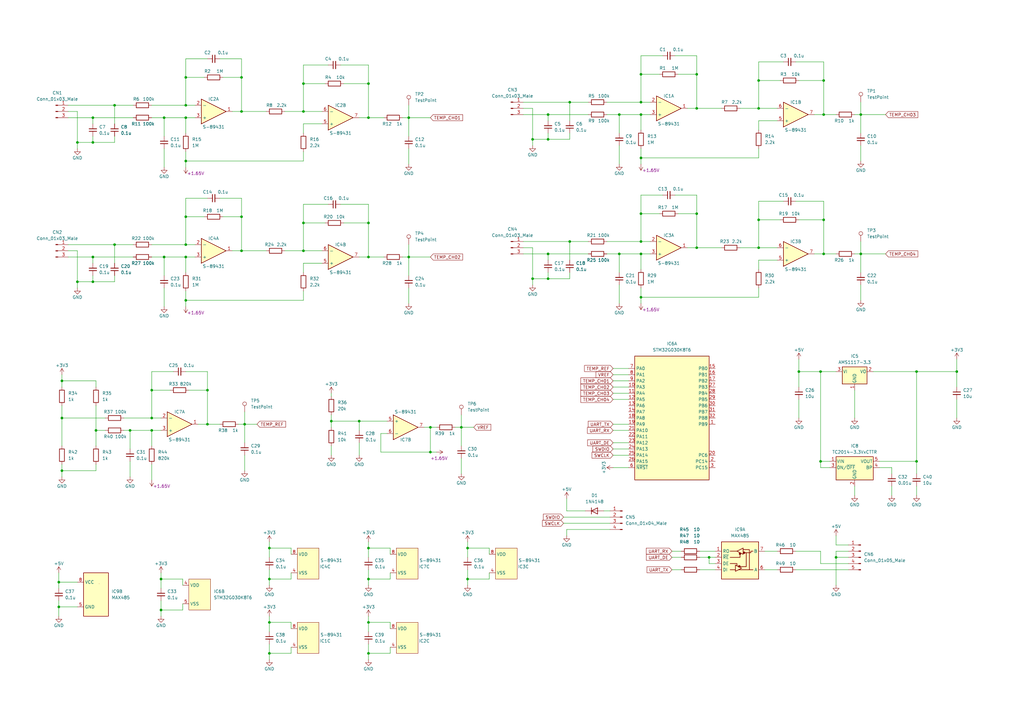
<source format=kicad_sch>
(kicad_sch (version 20211123) (generator eeschema)
  (paper "A3")
  (junction (at 62.23 160.02))
  (junction (at 85.09 160.02))
  (junction (at 67.31 105.41))
  (junction (at 124.46 91.44))
  (junction (at 262.89 121.92))
  (junction (at 76.2 88.9))
  (junction (at 224.79 57.15))
  (junction (at 151.13 91.44))
  (junction (at 337.82 46.99))
  (junction (at 375.92 189.23))
  (junction (at 285.75 44.45))
  (junction (at 124.46 34.29))
  (junction (at 62.23 171.45))
  (junction (at 311.15 101.6))
  (junction (at 99.06 102.87))
  (junction (at 76.2 123.19))
  (junction (at 39.37 176.53))
  (junction (at 392.43 152.4))
  (junction (at 254 46.99))
  (junction (at 191.77 237.49))
  (junction (at 336.55 189.23))
  (junction (at 337.82 33.02))
  (junction (at 76.2 66.04))
  (junction (at 285.75 87.63))
  (junction (at 25.4 193.04))
  (junction (at 224.79 114.3))
  (junction (at 151.13 34.29))
  (junction (at 311.15 44.45))
  (junction (at 342.9 228.6))
  (junction (at 85.09 173.99))
  (junction (at 38.1 105.41))
  (junction (at 110.49 267.97))
  (junction (at 167.64 48.26))
  (junction (at 25.4 156.21))
  (junction (at 66.04 237.49))
  (junction (at 191.77 224.79))
  (junction (at 218.44 57.15))
  (junction (at 110.49 224.79))
  (junction (at 76.2 100.33))
  (junction (at 24.13 238.76))
  (junction (at 151.13 255.27))
  (junction (at 46.99 43.18))
  (junction (at 25.4 171.45))
  (junction (at 76.2 48.26))
  (junction (at 167.64 105.41))
  (junction (at 147.32 172.72))
  (junction (at 311.15 90.17))
  (junction (at 285.75 101.6))
  (junction (at 38.1 48.26))
  (junction (at 353.06 46.99))
  (junction (at 311.15 33.02))
  (junction (at 135.89 172.72))
  (junction (at 375.92 152.4))
  (junction (at 337.82 104.14))
  (junction (at 24.13 248.92))
  (junction (at 262.89 41.91))
  (junction (at 151.13 267.97))
  (junction (at 124.46 45.72))
  (junction (at 285.75 30.48))
  (junction (at 99.06 88.9))
  (junction (at 336.55 152.4))
  (junction (at 262.89 30.48))
  (junction (at 262.89 87.63))
  (junction (at 38.1 58.42))
  (junction (at 262.89 99.06))
  (junction (at 151.13 48.26))
  (junction (at 124.46 102.87))
  (junction (at 290.83 228.6))
  (junction (at 218.44 114.3))
  (junction (at 53.34 176.53))
  (junction (at 31.75 115.57))
  (junction (at 337.82 90.17))
  (junction (at 151.13 105.41))
  (junction (at 110.49 255.27))
  (junction (at 353.06 104.14))
  (junction (at 31.75 58.42))
  (junction (at 99.06 31.75))
  (junction (at 233.68 99.06))
  (junction (at 224.79 104.14))
  (junction (at 100.33 173.99))
  (junction (at 110.49 237.49))
  (junction (at 151.13 237.49))
  (junction (at 254 104.14))
  (junction (at 224.79 46.99))
  (junction (at 46.99 100.33))
  (junction (at 176.53 175.26))
  (junction (at 262.89 64.77))
  (junction (at 176.53 185.42))
  (junction (at 151.13 224.79))
  (junction (at 99.06 45.72))
  (junction (at 262.89 46.99))
  (junction (at 38.1 115.57))
  (junction (at 67.31 48.26))
  (junction (at 76.2 43.18))
  (junction (at 76.2 105.41))
  (junction (at 327.66 152.4))
  (junction (at 233.68 41.91))
  (junction (at 262.89 104.14))
  (junction (at 189.23 175.26))
  (junction (at 62.23 176.53))
  (junction (at 76.2 31.75))
  (junction (at 66.04 250.19))
  (wire (pts (xy 327.66 152.4) (xy 327.66 158.75)))
  (wire (pts (xy 62.23 190.5) (xy 62.23 196.85)))
  (wire (pts (xy 224.79 104.14) (xy 241.3 104.14)))
  (wire (pts (xy 66.04 234.95) (xy 66.04 237.49)))
  (wire (pts (xy 165.1 48.26) (xy 167.64 48.26)))
  (wire (pts (xy 25.4 171.45) (xy 43.18 171.45)))
  (wire (pts (xy 224.79 46.99) (xy 224.79 49.53)))
  (wire (pts (xy 151.13 264.16) (xy 151.13 267.97)))
  (wire (pts (xy 342.9 226.06) (xy 342.9 228.6)))
  (wire (pts (xy 46.99 100.33) (xy 46.99 107.95)))
  (wire (pts (xy 151.13 255.27) (xy 151.13 259.08)))
  (wire (pts (xy 233.68 41.91) (xy 241.3 41.91)))
  (wire (pts (xy 76.2 66.04) (xy 124.46 66.04)))
  (wire (pts (xy 200.66 237.49) (xy 191.77 237.49)))
  (wire (pts (xy 176.53 175.26) (xy 173.99 175.26)))
  (wire (pts (xy 76.2 43.18) (xy 76.2 31.75)))
  (wire (pts (xy 248.92 41.91) (xy 262.89 41.91)))
  (wire (pts (xy 151.13 48.26) (xy 157.48 48.26)))
  (wire (pts (xy 285.75 30.48) (xy 285.75 44.45)))
  (wire (pts (xy 62.23 152.4) (xy 62.23 160.02)))
  (wire (pts (xy 110.49 224.79) (xy 110.49 228.6)))
  (wire (pts (xy 24.13 238.76) (xy 24.13 241.3)))
  (wire (pts (xy 321.31 25.4) (xy 311.15 25.4)))
  (wire (pts (xy 62.23 176.53) (xy 66.04 176.53)))
  (wire (pts (xy 27.94 100.33) (xy 46.99 100.33)))
  (wire (pts (xy 25.4 158.75) (xy 25.4 156.21)))
  (wire (pts (xy 134.62 26.67) (xy 124.46 26.67)))
  (wire (pts (xy 353.06 46.99) (xy 353.06 54.61)))
  (wire (pts (xy 271.78 22.86) (xy 262.89 22.86)))
  (wire (pts (xy 186.69 175.26) (xy 189.23 175.26)))
  (wire (pts (xy 85.09 160.02) (xy 85.09 173.99)))
  (wire (pts (xy 39.37 176.53) (xy 39.37 182.88)))
  (wire (pts (xy 303.53 101.6) (xy 311.15 101.6)))
  (wire (pts (xy 248.92 104.14) (xy 254 104.14)))
  (wire (pts (xy 39.37 166.37) (xy 39.37 176.53)))
  (wire (pts (xy 74.93 250.19) (xy 66.04 250.19)))
  (wire (pts (xy 76.2 48.26) (xy 80.01 48.26)))
  (wire (pts (xy 337.82 46.99) (xy 334.01 46.99)))
  (wire (pts (xy 311.15 25.4) (xy 311.15 33.02)))
  (wire (pts (xy 191.77 233.68) (xy 191.77 237.49)))
  (wire (pts (xy 167.64 67.31) (xy 167.64 60.96)))
  (wire (pts (xy 151.13 91.44) (xy 151.13 105.41)))
  (wire (pts (xy 62.23 43.18) (xy 76.2 43.18)))
  (wire (pts (xy 231.14 214.63) (xy 250.19 214.63)))
  (wire (pts (xy 62.23 160.02) (xy 69.85 160.02)))
  (wire (pts (xy 353.06 99.06) (xy 353.06 104.14)))
  (wire (pts (xy 38.1 113.03) (xy 38.1 115.57)))
  (wire (pts (xy 151.13 224.79) (xy 160.02 224.79)))
  (wire (pts (xy 365.76 199.39) (xy 365.76 203.2)))
  (wire (pts (xy 358.14 152.4) (xy 375.92 152.4)))
  (wire (pts (xy 375.92 189.23) (xy 360.68 189.23)))
  (wire (pts (xy 67.31 105.41) (xy 67.31 113.03)))
  (wire (pts (xy 251.46 173.99) (xy 257.81 173.99)))
  (wire (pts (xy 119.38 227.33) (xy 119.38 224.79)))
  (wire (pts (xy 76.2 81.28) (xy 76.2 88.9)))
  (wire (pts (xy 24.13 248.92) (xy 24.13 252.73)))
  (wire (pts (xy 342.9 228.6) (xy 342.9 240.03)))
  (wire (pts (xy 39.37 176.53) (xy 43.18 176.53)))
  (wire (pts (xy 262.89 99.06) (xy 266.7 99.06)))
  (wire (pts (xy 248.92 46.99) (xy 254 46.99)))
  (wire (pts (xy 76.2 105.41) (xy 76.2 111.76)))
  (wire (pts (xy 262.89 121.92) (xy 262.89 124.46)))
  (wire (pts (xy 375.92 194.31) (xy 375.92 189.23)))
  (wire (pts (xy 303.53 44.45) (xy 311.15 44.45)))
  (wire (pts (xy 151.13 252.73) (xy 151.13 255.27)))
  (wire (pts (xy 135.89 182.88) (xy 135.89 186.69)))
  (wire (pts (xy 200.66 234.95) (xy 200.66 237.49)))
  (wire (pts (xy 311.15 82.55) (xy 311.15 90.17)))
  (wire (pts (xy 262.89 41.91) (xy 262.89 30.48)))
  (wire (pts (xy 340.36 191.77) (xy 336.55 191.77)))
  (wire (pts (xy 91.44 88.9) (xy 99.06 88.9)))
  (wire (pts (xy 53.34 176.53) (xy 62.23 176.53)))
  (wire (pts (xy 91.44 31.75) (xy 99.06 31.75)))
  (wire (pts (xy 46.99 43.18) (xy 54.61 43.18)))
  (wire (pts (xy 342.9 228.6) (xy 347.98 228.6)))
  (wire (pts (xy 350.52 199.39) (xy 350.52 203.2)))
  (wire (pts (xy 100.33 173.99) (xy 100.33 181.61)))
  (wire (pts (xy 233.68 99.06) (xy 241.3 99.06)))
  (wire (pts (xy 327.66 147.32) (xy 327.66 152.4)))
  (wire (pts (xy 365.76 194.31) (xy 365.76 191.77)))
  (wire (pts (xy 25.4 193.04) (xy 25.4 190.5)))
  (wire (pts (xy 50.8 171.45) (xy 62.23 171.45)))
  (wire (pts (xy 67.31 105.41) (xy 76.2 105.41)))
  (wire (pts (xy 337.82 33.02) (xy 337.82 46.99)))
  (wire (pts (xy 38.1 105.41) (xy 38.1 107.95)))
  (wire (pts (xy 140.97 34.29) (xy 151.13 34.29)))
  (wire (pts (xy 132.08 50.8) (xy 124.46 50.8)))
  (wire (pts (xy 353.06 66.04) (xy 353.06 59.69)))
  (wire (pts (xy 151.13 26.67) (xy 151.13 34.29)))
  (wire (pts (xy 25.4 193.04) (xy 25.4 195.58)))
  (wire (pts (xy 62.23 105.41) (xy 67.31 105.41)))
  (wire (pts (xy 151.13 222.25) (xy 151.13 224.79)))
  (wire (pts (xy 38.1 48.26) (xy 38.1 50.8)))
  (wire (pts (xy 311.15 49.53) (xy 311.15 53.34)))
  (wire (pts (xy 311.15 101.6) (xy 311.15 90.17)))
  (wire (pts (xy 262.89 64.77) (xy 311.15 64.77)))
  (wire (pts (xy 375.92 189.23) (xy 375.92 152.4)))
  (wire (pts (xy 275.59 226.06) (xy 279.4 226.06)))
  (wire (pts (xy 214.63 41.91) (xy 233.68 41.91)))
  (wire (pts (xy 392.43 152.4) (xy 392.43 158.75)))
  (wire (pts (xy 313.69 233.68) (xy 318.77 233.68)))
  (wire (pts (xy 392.43 163.83) (xy 392.43 171.45)))
  (wire (pts (xy 110.49 255.27) (xy 119.38 255.27)))
  (wire (pts (xy 132.08 107.95) (xy 124.46 107.95)))
  (wire (pts (xy 99.06 31.75) (xy 99.06 45.72)))
  (wire (pts (xy 350.52 104.14) (xy 353.06 104.14)))
  (wire (pts (xy 231.14 212.09) (xy 250.19 212.09)))
  (wire (pts (xy 224.79 57.15) (xy 233.68 57.15)))
  (wire (pts (xy 293.37 228.6) (xy 290.83 228.6)))
  (wire (pts (xy 110.49 267.97) (xy 110.49 270.51)))
  (wire (pts (xy 224.79 46.99) (xy 241.3 46.99)))
  (wire (pts (xy 262.89 104.14) (xy 266.7 104.14)))
  (wire (pts (xy 318.77 106.68) (xy 311.15 106.68)))
  (wire (pts (xy 311.15 90.17) (xy 320.04 90.17)))
  (wire (pts (xy 147.32 172.72) (xy 147.32 176.53)))
  (wire (pts (xy 38.1 58.42) (xy 46.99 58.42)))
  (wire (pts (xy 116.84 45.72) (xy 124.46 45.72)))
  (wire (pts (xy 151.13 34.29) (xy 151.13 48.26)))
  (wire (pts (xy 31.75 102.87) (xy 31.75 115.57)))
  (wire (pts (xy 151.13 233.68) (xy 151.13 237.49)))
  (wire (pts (xy 262.89 46.99) (xy 262.89 53.34)))
  (wire (pts (xy 160.02 257.81) (xy 160.02 255.27)))
  (wire (pts (xy 151.13 224.79) (xy 151.13 228.6)))
  (wire (pts (xy 251.46 186.69) (xy 257.81 186.69)))
  (wire (pts (xy 311.15 106.68) (xy 311.15 110.49)))
  (wire (pts (xy 189.23 175.26) (xy 194.31 175.26)))
  (wire (pts (xy 337.82 104.14) (xy 334.01 104.14)))
  (wire (pts (xy 76.2 66.04) (xy 76.2 68.58)))
  (wire (pts (xy 311.15 44.45) (xy 318.77 44.45)))
  (wire (pts (xy 233.68 99.06) (xy 233.68 106.68)))
  (wire (pts (xy 290.83 231.14) (xy 293.37 231.14)))
  (wire (pts (xy 218.44 57.15) (xy 224.79 57.15)))
  (wire (pts (xy 151.13 237.49) (xy 151.13 240.03)))
  (wire (pts (xy 285.75 80.01) (xy 285.75 87.63)))
  (wire (pts (xy 100.33 193.04) (xy 100.33 186.69)))
  (wire (pts (xy 110.49 264.16) (xy 110.49 267.97)))
  (wire (pts (xy 218.44 101.6) (xy 214.63 101.6)))
  (wire (pts (xy 71.12 152.4) (xy 62.23 152.4)))
  (wire (pts (xy 285.75 87.63) (xy 285.75 101.6)))
  (wire (pts (xy 85.09 173.99) (xy 81.28 173.99)))
  (wire (pts (xy 251.46 181.61) (xy 257.81 181.61)))
  (wire (pts (xy 139.7 26.67) (xy 151.13 26.67)))
  (wire (pts (xy 278.13 30.48) (xy 285.75 30.48)))
  (wire (pts (xy 251.46 161.29) (xy 257.81 161.29)))
  (wire (pts (xy 39.37 156.21) (xy 39.37 158.75)))
  (wire (pts (xy 262.89 118.11) (xy 262.89 121.92)))
  (wire (pts (xy 27.94 43.18) (xy 46.99 43.18)))
  (wire (pts (xy 262.89 46.99) (xy 266.7 46.99)))
  (wire (pts (xy 167.64 124.46) (xy 167.64 118.11)))
  (wire (pts (xy 124.46 45.72) (xy 124.46 34.29)))
  (wire (pts (xy 262.89 80.01) (xy 262.89 87.63)))
  (wire (pts (xy 285.75 44.45) (xy 281.94 44.45)))
  (wire (pts (xy 336.55 231.14) (xy 336.55 226.06)))
  (wire (pts (xy 224.79 104.14) (xy 224.79 106.68)))
  (wire (pts (xy 326.39 226.06) (xy 336.55 226.06)))
  (wire (pts (xy 140.97 91.44) (xy 151.13 91.44)))
  (wire (pts (xy 285.75 44.45) (xy 295.91 44.45)))
  (wire (pts (xy 39.37 190.5) (xy 39.37 193.04)))
  (wire (pts (xy 99.06 102.87) (xy 109.22 102.87)))
  (wire (pts (xy 224.79 54.61) (xy 224.79 57.15)))
  (wire (pts (xy 337.82 82.55) (xy 337.82 90.17)))
  (wire (pts (xy 311.15 101.6) (xy 318.77 101.6)))
  (wire (pts (xy 46.99 113.03) (xy 46.99 115.57)))
  (wire (pts (xy 85.09 24.13) (xy 76.2 24.13)))
  (wire (pts (xy 53.34 195.58) (xy 53.34 189.23)))
  (wire (pts (xy 62.23 171.45) (xy 66.04 171.45)))
  (wire (pts (xy 124.46 102.87) (xy 132.08 102.87)))
  (wire (pts (xy 31.75 115.57) (xy 38.1 115.57)))
  (wire (pts (xy 311.15 44.45) (xy 311.15 33.02)))
  (wire (pts (xy 337.82 90.17) (xy 337.82 104.14)))
  (wire (pts (xy 392.43 147.32) (xy 392.43 152.4)))
  (wire (pts (xy 38.1 48.26) (xy 54.61 48.26)))
  (wire (pts (xy 76.2 123.19) (xy 76.2 125.73)))
  (wire (pts (xy 160.02 237.49) (xy 151.13 237.49)))
  (wire (pts (xy 53.34 176.53) (xy 53.34 184.15)))
  (wire (pts (xy 271.78 80.01) (xy 262.89 80.01)))
  (wire (pts (xy 124.46 66.04) (xy 124.46 62.23)))
  (wire (pts (xy 342.9 223.52) (xy 342.9 219.71)))
  (wire (pts (xy 248.92 99.06) (xy 262.89 99.06)))
  (wire (pts (xy 135.89 161.29) (xy 135.89 162.56)))
  (wire (pts (xy 76.2 100.33) (xy 80.01 100.33)))
  (wire (pts (xy 350.52 160.02) (xy 350.52 171.45)))
  (wire (pts (xy 262.89 64.77) (xy 262.89 67.31)))
  (wire (pts (xy 135.89 172.72) (xy 135.89 175.26)))
  (wire (pts (xy 124.46 83.82) (xy 124.46 91.44)))
  (wire (pts (xy 218.44 44.45) (xy 218.44 57.15)))
  (wire (pts (xy 151.13 48.26) (xy 147.32 48.26)))
  (wire (pts (xy 38.1 105.41) (xy 54.61 105.41)))
  (wire (pts (xy 76.2 43.18) (xy 80.01 43.18)))
  (wire (pts (xy 50.8 176.53) (xy 53.34 176.53)))
  (wire (pts (xy 99.06 102.87) (xy 95.25 102.87)))
  (wire (pts (xy 262.89 60.96) (xy 262.89 64.77)))
  (wire (pts (xy 99.06 45.72) (xy 95.25 45.72)))
  (wire (pts (xy 189.23 170.18) (xy 189.23 175.26)))
  (wire (pts (xy 275.59 233.68) (xy 279.4 233.68)))
  (wire (pts (xy 218.44 44.45) (xy 214.63 44.45)))
  (wire (pts (xy 353.06 46.99) (xy 363.22 46.99)))
  (wire (pts (xy 62.23 171.45) (xy 62.23 160.02)))
  (wire (pts (xy 76.2 31.75) (xy 83.82 31.75)))
  (wire (pts (xy 336.55 191.77) (xy 336.55 189.23)))
  (wire (pts (xy 189.23 194.31) (xy 189.23 187.96)))
  (wire (pts (xy 151.13 255.27) (xy 160.02 255.27)))
  (wire (pts (xy 287.02 233.68) (xy 293.37 233.68)))
  (wire (pts (xy 167.64 48.26) (xy 167.64 55.88)))
  (wire (pts (xy 100.33 173.99) (xy 105.41 173.99)))
  (wire (pts (xy 336.55 152.4) (xy 336.55 189.23)))
  (wire (pts (xy 62.23 176.53) (xy 62.23 182.88)))
  (wire (pts (xy 275.59 228.6) (xy 279.4 228.6)))
  (wire (pts (xy 156.21 185.42) (xy 176.53 185.42)))
  (wire (pts (xy 254 124.46) (xy 254 116.84)))
  (wire (pts (xy 313.69 226.06) (xy 318.77 226.06)))
  (wire (pts (xy 160.02 265.43) (xy 160.02 267.97)))
  (wire (pts (xy 99.06 24.13) (xy 99.06 31.75)))
  (wire (pts (xy 85.09 173.99) (xy 90.17 173.99)))
  (wire (pts (xy 151.13 105.41) (xy 157.48 105.41)))
  (wire (pts (xy 110.49 233.68) (xy 110.49 237.49)))
  (wire (pts (xy 66.04 250.19) (xy 66.04 252.73)))
  (wire (pts (xy 254 104.14) (xy 254 111.76)))
  (wire (pts (xy 67.31 48.26) (xy 67.31 55.88)))
  (wire (pts (xy 287.02 228.6) (xy 290.83 228.6)))
  (wire (pts (xy 251.46 153.67) (xy 257.81 153.67)))
  (wire (pts (xy 76.2 152.4) (xy 85.09 152.4)))
  (wire (pts (xy 119.38 265.43) (xy 119.38 267.97)))
  (wire (pts (xy 76.2 123.19) (xy 124.46 123.19)))
  (wire (pts (xy 232.41 217.17) (xy 232.41 219.71)))
  (wire (pts (xy 214.63 46.99) (xy 224.79 46.99)))
  (wire (pts (xy 76.2 100.33) (xy 76.2 88.9)))
  (wire (pts (xy 31.75 58.42) (xy 31.75 60.96)))
  (wire (pts (xy 62.23 48.26) (xy 67.31 48.26)))
  (wire (pts (xy 262.89 99.06) (xy 262.89 87.63)))
  (wire (pts (xy 218.44 57.15) (xy 218.44 59.69)))
  (wire (pts (xy 167.64 48.26) (xy 176.53 48.26)))
  (wire (pts (xy 31.75 248.92) (xy 24.13 248.92)))
  (wire (pts (xy 31.75 102.87) (xy 27.94 102.87)))
  (wire (pts (xy 76.2 105.41) (xy 80.01 105.41)))
  (wire (pts (xy 353.06 104.14) (xy 363.22 104.14)))
  (wire (pts (xy 147.32 172.72) (xy 158.75 172.72)))
  (wire (pts (xy 350.52 46.99) (xy 353.06 46.99)))
  (wire (pts (xy 375.92 152.4) (xy 392.43 152.4)))
  (wire (pts (xy 251.46 176.53) (xy 257.81 176.53)))
  (wire (pts (xy 327.66 33.02) (xy 337.82 33.02)))
  (wire (pts (xy 119.38 257.81) (xy 119.38 255.27)))
  (wire (pts (xy 353.06 123.19) (xy 353.06 116.84)))
  (wire (pts (xy 160.02 267.97) (xy 151.13 267.97)))
  (wire (pts (xy 251.46 191.77) (xy 257.81 191.77)))
  (wire (pts (xy 76.2 62.23) (xy 76.2 66.04)))
  (wire (pts (xy 76.2 24.13) (xy 76.2 31.75)))
  (wire (pts (xy 251.46 158.75) (xy 257.81 158.75)))
  (wire (pts (xy 233.68 41.91) (xy 233.68 49.53)))
  (wire (pts (xy 189.23 175.26) (xy 189.23 182.88)))
  (wire (pts (xy 110.49 255.27) (xy 110.49 259.08)))
  (wire (pts (xy 262.89 30.48) (xy 270.51 30.48)))
  (wire (pts (xy 67.31 68.58) (xy 67.31 60.96)))
  (wire (pts (xy 38.1 115.57) (xy 46.99 115.57)))
  (wire (pts (xy 124.46 107.95) (xy 124.46 111.76)))
  (wire (pts (xy 347.98 231.14) (xy 336.55 231.14)))
  (wire (pts (xy 262.89 104.14) (xy 262.89 110.49)))
  (wire (pts (xy 31.75 45.72) (xy 27.94 45.72)))
  (wire (pts (xy 176.53 185.42) (xy 179.07 185.42)))
  (wire (pts (xy 232.41 204.47) (xy 232.41 209.55)))
  (wire (pts (xy 200.66 227.33) (xy 200.66 224.79)))
  (wire (pts (xy 110.49 237.49) (xy 110.49 240.03)))
  (wire (pts (xy 353.06 104.14) (xy 353.06 111.76)))
  (wire (pts (xy 311.15 33.02) (xy 320.04 33.02)))
  (wire (pts (xy 218.44 101.6) (xy 218.44 114.3)))
  (wire (pts (xy 262.89 87.63) (xy 270.51 87.63)))
  (wire (pts (xy 336.55 152.4) (xy 342.9 152.4)))
  (wire (pts (xy 318.77 49.53) (xy 311.15 49.53)))
  (wire (pts (xy 326.39 25.4) (xy 337.82 25.4)))
  (wire (pts (xy 285.75 101.6) (xy 295.91 101.6)))
  (wire (pts (xy 119.38 237.49) (xy 110.49 237.49)))
  (wire (pts (xy 191.77 224.79) (xy 200.66 224.79)))
  (wire (pts (xy 326.39 233.68) (xy 347.98 233.68)))
  (wire (pts (xy 337.82 46.99) (xy 342.9 46.99)))
  (wire (pts (xy 326.39 82.55) (xy 337.82 82.55)))
  (wire (pts (xy 90.17 81.28) (xy 99.06 81.28)))
  (wire (pts (xy 27.94 48.26) (xy 38.1 48.26)))
  (wire (pts (xy 25.4 156.21) (xy 39.37 156.21)))
  (wire (pts (xy 337.82 104.14) (xy 342.9 104.14)))
  (wire (pts (xy 327.66 90.17) (xy 337.82 90.17)))
  (wire (pts (xy 276.86 22.86) (xy 285.75 22.86)))
  (wire (pts (xy 139.7 83.82) (xy 151.13 83.82)))
  (wire (pts (xy 165.1 105.41) (xy 167.64 105.41)))
  (wire (pts (xy 134.62 83.82) (xy 124.46 83.82)))
  (wire (pts (xy 31.75 45.72) (xy 31.75 58.42)))
  (wire (pts (xy 167.64 100.33) (xy 167.64 105.41)))
  (wire (pts (xy 224.79 111.76) (xy 224.79 114.3)))
  (wire (pts (xy 278.13 87.63) (xy 285.75 87.63)))
  (wire (pts (xy 135.89 172.72) (xy 147.32 172.72)))
  (wire (pts (xy 232.41 209.55) (xy 240.03 209.55)))
  (wire (pts (xy 151.13 267.97) (xy 151.13 270.51)))
  (wire (pts (xy 67.31 125.73) (xy 67.31 118.11)))
  (wire (pts (xy 110.49 222.25) (xy 110.49 224.79)))
  (wire (pts (xy 247.65 209.55) (xy 250.19 209.55)))
  (wire (pts (xy 262.89 41.91) (xy 266.7 41.91)))
  (wire (pts (xy 24.13 234.95) (xy 24.13 238.76)))
  (wire (pts (xy 25.4 166.37) (xy 25.4 171.45)))
  (wire (pts (xy 25.4 153.67) (xy 25.4 156.21)))
  (wire (pts (xy 116.84 102.87) (xy 124.46 102.87)))
  (wire (pts (xy 46.99 55.88) (xy 46.99 58.42)))
  (wire (pts (xy 74.93 247.65) (xy 74.93 250.19)))
  (wire (pts (xy 233.68 111.76) (xy 233.68 114.3)))
  (wire (pts (xy 24.13 238.76) (xy 31.75 238.76)))
  (wire (pts (xy 327.66 163.83) (xy 327.66 171.45)))
  (wire (pts (xy 347.98 223.52) (xy 342.9 223.52)))
  (wire (pts (xy 336.55 189.23) (xy 340.36 189.23)))
  (wire (pts (xy 321.31 82.55) (xy 311.15 82.55)))
  (wire (pts (xy 76.2 48.26) (xy 76.2 54.61)))
  (wire (pts (xy 167.64 43.18) (xy 167.64 48.26)))
  (wire (pts (xy 214.63 104.14) (xy 224.79 104.14)))
  (wire (pts (xy 66.04 237.49) (xy 74.93 237.49)))
  (wire (pts (xy 176.53 175.26) (xy 179.07 175.26)))
  (wire (pts (xy 327.66 152.4) (xy 336.55 152.4)))
  (wire (pts (xy 254 46.99) (xy 254 54.61)))
  (wire (pts (xy 232.41 217.17) (xy 250.19 217.17)))
  (wire (pts (xy 99.06 81.28) (xy 99.06 88.9)))
  (wire (pts (xy 38.1 55.88) (xy 38.1 58.42)))
  (wire (pts (xy 99.06 45.72) (xy 109.22 45.72)))
  (wire (pts (xy 254 46.99) (xy 262.89 46.99)))
  (wire (pts (xy 151.13 83.82) (xy 151.13 91.44)))
  (wire (pts (xy 375.92 199.39) (xy 375.92 203.2)))
  (wire (pts (xy 218.44 114.3) (xy 218.44 116.84)))
  (wire (pts (xy 67.31 48.26) (xy 76.2 48.26)))
  (wire (pts (xy 262.89 121.92) (xy 311.15 121.92)))
  (wire (pts (xy 90.17 24.13) (xy 99.06 24.13)))
  (wire (pts (xy 160.02 227.33) (xy 160.02 224.79)))
  (wire (pts (xy 62.23 100.33) (xy 76.2 100.33)))
  (wire (pts (xy 167.64 105.41) (xy 167.64 113.03)))
  (wire (pts (xy 124.46 45.72) (xy 132.08 45.72)))
  (wire (pts (xy 191.77 237.49) (xy 191.77 240.03)))
  (wire (pts (xy 285.75 101.6) (xy 281.94 101.6)))
  (wire (pts (xy 151.13 105.41) (xy 147.32 105.41)))
  (wire (pts (xy 76.2 119.38) (xy 76.2 123.19)))
  (wire (pts (xy 85.09 81.28) (xy 76.2 81.28)))
  (wire (pts (xy 24.13 246.38) (xy 24.13 248.92)))
  (wire (pts (xy 360.68 191.77) (xy 365.76 191.77)))
  (wire (pts (xy 160.02 234.95) (xy 160.02 237.49)))
  (wire (pts (xy 119.38 267.97) (xy 110.49 267.97)))
  (wire (pts (xy 100.33 168.91) (xy 100.33 173.99)))
  (wire (pts (xy 27.94 105.41) (xy 38.1 105.41)))
  (wire (pts (xy 66.04 246.38) (xy 66.04 250.19)))
  (wire (pts (xy 251.46 163.83) (xy 257.81 163.83)))
  (wire (pts (xy 110.49 252.73) (xy 110.49 255.27)))
  (wire (pts (xy 311.15 64.77) (xy 311.15 60.96)))
  (wire (pts (xy 254 67.31) (xy 254 59.69)))
  (wire (pts (xy 167.64 105.41) (xy 176.53 105.41)))
  (wire (pts (xy 218.44 114.3) (xy 224.79 114.3)))
  (wire (pts (xy 251.46 184.15) (xy 257.81 184.15)))
  (wire (pts (xy 251.46 156.21) (xy 257.81 156.21)))
  (wire (pts (xy 25.4 171.45) (xy 25.4 182.88)))
  (wire (pts (xy 119.38 234.95) (xy 119.38 237.49)))
  (wire (pts (xy 39.37 193.04) (xy 25.4 193.04)))
  (wire (pts (xy 262.89 22.86) (xy 262.89 30.48)))
  (wire (pts (xy 110.49 224.79) (xy 119.38 224.79)))
  (wire (pts (xy 233.68 54.61) (xy 233.68 57.15)))
  (wire (pts (xy 147.32 181.61) (xy 147.32 186.69)))
  (wire (pts (xy 353.06 41.91) (xy 353.06 46.99)))
  (wire (pts (xy 311.15 121.92) (xy 311.15 118.11)))
  (wire (pts (xy 74.93 240.03) (xy 74.93 237.49)))
  (wire (pts (xy 290.83 228.6) (xy 290.83 231.14)))
  (wire (pts (xy 77.47 160.02) (xy 85.09 160.02)))
  (wire (pts (xy 347.98 226.06) (xy 342.9 226.06)))
  (wire (pts (xy 158.75 177.8) (xy 156.21 177.8)))
  (wire (pts (xy 99.06 88.9) (xy 99.06 102.87)))
  (wire (pts (xy 124.46 91.44) (xy 133.35 91.44)))
  (wire (pts (xy 124.46 123.19) (xy 124.46 119.38)))
  (wire (pts (xy 191.77 224.79) (xy 191.77 228.6)))
  (wire (pts (xy 124.46 102.87) (xy 124.46 91.44)))
  (wire (pts (xy 31.75 115.57) (xy 31.75 118.11)))
  (wire (pts (xy 85.09 152.4) (xy 85.09 160.02)))
  (wire (pts (xy 124.46 26.67) (xy 124.46 34.29)))
  (wire (pts (xy 156.21 177.8) (xy 156.21 185.42)))
  (wire (pts (xy 76.2 88.9) (xy 83.82 88.9)))
  (wire (pts (xy 97.79 173.99) (xy 100.33 173.99)))
  (wire (pts (xy 31.75 58.42) (xy 38.1 58.42)))
  (wire (pts (xy 224.79 114.3) (xy 233.68 114.3)))
  (wire (pts (xy 46.99 100.33) (xy 54.61 100.33)))
  (wire (pts (xy 176.53 185.42) (xy 176.53 175.26)))
  (wire (pts (xy 46.99 43.18) (xy 46.99 50.8)))
  (wire (pts (xy 135.89 170.18) (xy 135.89 172.72)))
  (wire (pts (xy 66.04 237.49) (xy 66.04 241.3)))
  (wire (pts (xy 191.77 222.25) (xy 191.77 224.79)))
  (wire (pts (xy 214.63 99.06) (xy 233.68 99.06)))
  (wire (pts (xy 285.75 22.86) (xy 285.75 30.48)))
  (wire (pts (xy 251.46 151.13) (xy 257.81 151.13)))
  (wire (pts (xy 337.82 25.4) (xy 337.82 33.02)))
  (wire (pts (xy 276.86 80.01) (xy 285.75 80.01)))
  (wire (pts (xy 124.46 50.8) (xy 124.46 54.61)))
  (wire (pts (xy 254 104.14) (xy 262.89 104.14)))
  (wire (pts (xy 287.02 226.06) (xy 293.37 226.06)))
  (wire (pts (xy 124.46 34.29) (xy 133.35 34.29)))
  (global_label "SWDIO" (shape input) (at 231.14 212.09 180) (property "Intersheet References" "${INTERSHEET_REFS}" (effects hide)))
  (global_label "TEMP_REF" (shape input) (at 105.41 173.99 0) (property "Intersheet References" "${INTERSHEET_REFS}" (effects hide)))
  (global_label "SWDIO" (shape input) (at 251.46 184.15 180) (property "Intersheet References" "${INTERSHEET_REFS}" (effects hide)))
  (global_label "TEMP_CH03" (shape input) (at 363.22 46.99 0) (property "Intersheet References" "${INTERSHEET_REFS}" (effects hide)))
  (global_label "SWCLK" (shape input) (at 231.14 214.63 180) (property "Intersheet References" "${INTERSHEET_REFS}" (effects hide)))
  (global_label "SWCLK" (shape input) (at 251.46 186.69 180) (property "Intersheet References" "${INTERSHEET_REFS}" (effects hide)))
  (global_label "TEMP_CH01" (shape input) (at 176.53 48.26 0) (property "Intersheet References" "${INTERSHEET_REFS}" (effects hide)))
  (global_label "TEMP_CH04" (shape input) (at 363.22 104.14 0) (property "Intersheet References" "${INTERSHEET_REFS}" (effects hide)))
  (global_label "TEMP_CH02" (shape input) (at 251.46 158.75 180) (property "Intersheet References" "${INTERSHEET_REFS}" (effects hide)))
  (global_label "UART_TX" (shape input) (at 251.46 173.99 180) (property "Intersheet References" "${INTERSHEET_REFS}" (effects hide)))
  (global_label "TEMP_CH02" (shape input) (at 176.53 105.41 0) (property "Intersheet References" "${INTERSHEET_REFS}" (effects hide)))
  (global_label "UART_DE" (shape input) (at 275.59 228.6 180) (property "Intersheet References" "${INTERSHEET_REFS}" (effects hide)))
  (global_label "VREF" (shape input) (at 194.31 175.26 0) (property "Intersheet References" "${INTERSHEET_REFS}" (effects hide)))
  (global_label "TEMP_CH03" (shape input) (at 251.46 161.29 180) (property "Intersheet References" "${INTERSHEET_REFS}" (effects hide)))
  (global_label "UART_TX" (shape input) (at 275.59 233.68 180) (property "Intersheet References" "${INTERSHEET_REFS}" (effects hide)))
  (global_label "TEMP_CH04" (shape input) (at 251.46 163.83 180) (property "Intersheet References" "${INTERSHEET_REFS}" (effects hide)))
  (global_label "UART_RX" (shape input) (at 275.59 226.06 180) (property "Intersheet References" "${INTERSHEET_REFS}" (effects hide)))
  (global_label "TEMP_REF" (shape input) (at 251.46 151.13 180) (property "Intersheet References" "${INTERSHEET_REFS}" (effects hide)))
  (global_label "VREF" (shape input) (at 251.46 153.67 180) (property "Intersheet References" "${INTERSHEET_REFS}" (effects hide)))
  (global_label "TEMP_CH01" (shape input) (at 251.46 156.21 180) (property "Intersheet References" "${INTERSHEET_REFS}" (effects hide)))
  (global_label "UART_DE" (shape input) (at 251.46 181.61 180) (property "Intersheet References" "${INTERSHEET_REFS}" (effects hide)))
  (global_label "UART_RX" (shape input) (at 251.46 176.53 180) (property "Intersheet References" "${INTERSHEET_REFS}" (effects hide)))
  (symbol (lib_id "Device:C_Small") (at 233.68 109.22 180) (unit 1)
    (property "Reference" "C18" (at 236.22 107.9435 0) (effects (justify right)))
    (property "Value" "0.1u" (at 236.22 110.4835 0) (effects (justify right)))
    (property "Footprint" "Capacitor_SMD:C_0603_1608Metric" (effects hide))
  )
  (symbol (lib_id "power:GND") (at 67.31 125.73 0) (unit 1)
    (property "Reference" "#PWR0145" (effects hide))
    (property "Value" "GND" (at 67.31 129.54 0))
  )
  (symbol (lib_id "Device:R") (at 322.58 233.68 90) (unit 1)
    (property "Reference" "R49" (at 320.04 231.14 90))
    (property "Value" "10" (at 325.12 231.14 90))
    (property "Footprint" "Resistor_SMD:R_0603_1608Metric" (effects hide))
  )
  (symbol (lib_id "power:GND") (at 327.66 171.45 0) (unit 1)
    (property "Reference" "#PWR0107" (effects hide))
    (property "Value" "GND" (at 327.66 175.26 0))
  )
  (symbol (lib_id "Device:C_Small") (at 375.92 196.85 0) (unit 1)
    (property "Reference" "C40" (at 378.46 195.5862 0) (effects (justify left)))
    (property "Value" "10u" (at 378.46 198.1262 0) (effects (justify left)))
    (property "Footprint" "Capacitor_SMD:C_0805_2012Metric" (effects hide))
  )
  (symbol (lib_id "Device:R") (at 135.89 166.37 0) (unit 1)
    (property "Reference" "R36" (at 138.43 165.0999 0) (effects (justify left)))
    (property "Value" "20k" (at 138.43 167.6399 0) (effects (justify left)))
    (property "Footprint" "Resistor_SMD:R_0603_1608Metric" (effects hide))
  )
  (symbol (lib_id "Device:R") (at 137.16 91.44 90) (unit 1)
    (property "Reference" "R20" (at 134.62 88.9 90))
    (property "Value" "10k" (at 139.7 88.9 90))
    (property "Footprint" "Resistor_SMD:R_0603_1608Metric" (effects hide))
  )
  (symbol (lib_id "Device:C_Small") (at 53.34 186.69 180) (unit 1)
    (property "Reference" "C31" (at 55.88 185.4135 0) (effects (justify right)))
    (property "Value" "0.1u" (at 55.88 187.9535 0) (effects (justify right)))
    (property "Footprint" "Capacitor_SMD:C_0603_1608Metric" (effects hide))
  )
  (symbol (lib_id "power:GND") (at 151.13 270.51 0) (unit 1)
    (property "Reference" "#PWR012" (effects hide))
    (property "Value" "GND" (at 151.13 274.32 0))
  )
  (symbol (lib_id "Device:R") (at 283.21 228.6 90) (unit 1)
    (property "Reference" "R47" (at 280.67 219.71 90))
    (property "Value" "10" (at 285.75 219.71 90))
    (property "Footprint" "Resistor_SMD:R_0603_1608Metric" (effects hide))
  )
  (symbol (lib_id "S-89431BCFM-H4DTFU:S-89431") (at 167.64 261.62 0) (unit 3)
    (property "Reference" "IC2" (at 173.99 262.89 0))
    (property "Value" "S-89431" (at 176.53 260.35 0))
    (property "Footprint" "Package_SO:MSOP-8_3x3mm_P0.65mm" (effects hide))
  )
  (symbol (lib_id "power:GND") (at 25.4 195.58 0) (unit 1)
    (property "Reference" "#PWR0133" (effects hide))
    (property "Value" "GND" (at 25.4 199.39 0))
  )
  (symbol (lib_id "Device:R") (at 245.11 41.91 90) (unit 1)
    (property "Reference" "R5" (at 242.57 39.37 90))
    (property "Value" "100k" (at 247.65 39.37 90))
    (property "Footprint" "Resistor_SMD:R_0603_1608Metric" (effects hide))
  )
  (symbol (lib_id "Device:C_Small") (at 274.32 22.86 90) (unit 1)
    (property "Reference" "C1" (at 271.78 20.32 90))
    (property "Value" "0.1u" (at 278.13 20.32 90))
    (property "Footprint" "Capacitor_SMD:C_0603_1608Metric" (effects hide))
  )
  (symbol (lib_id "Device:R") (at 46.99 176.53 90) (unit 1)
    (property "Reference" "R40" (at 44.45 179.07 90))
    (property "Value" "100k" (at 49.53 179.07 90))
    (property "Footprint" "Resistor_SMD:R_0603_1608Metric" (effects hide))
  )
  (symbol (lib_id "Device:C_Small") (at 189.23 185.42 180) (unit 1)
    (property "Reference" "C30" (at 191.77 184.1435 0) (effects (justify right)))
    (property "Value" "0.1u" (at 191.77 186.6835 0) (effects (justify right)))
    (property "Footprint" "Capacitor_SMD:C_0603_1608Metric" (effects hide))
  )
  (symbol (lib_id "Device:C_Small") (at 137.16 26.67 90) (unit 1)
    (property "Reference" "C4" (at 134.62 24.13 90))
    (property "Value" "0.1u" (at 140.97 24.13 90))
    (property "Footprint" "Capacitor_SMD:C_0603_1608Metric" (effects hide))
  )
  (symbol (lib_id "Device:C_Small") (at 87.63 81.28 90) (unit 1)
    (property "Reference" "C14" (at 85.09 78.74 90))
    (property "Value" "0.1u" (at 91.44 78.74 90))
    (property "Footprint" "Capacitor_SMD:C_0603_1608Metric" (effects hide))
  )
  (symbol (lib_id "Connector:Conn_01x03_Male") (at 22.86 102.87 0) (unit 1)
    (property "Reference" "CN2" (at 23.495 95.25 0))
    (property "Value" "Conn_01x03_Male" (at 23.495 97.79 0))
    (property "Footprint" "TerminalBlock:TerminalBlock_bornier-3_P5.08mm" (effects hide))
  )
  (symbol (lib_id "Device:C_Small") (at 392.43 161.29 0) (unit 1)
    (property "Reference" "C27" (at 394.97 160.0262 0) (effects (justify left)))
    (property "Value" "10u" (at 394.97 162.5662 0) (effects (justify left)))
    (property "Footprint" "Capacitor_SMD:C_0805_2012Metric" (effects hide))
  )
  (symbol (lib_id "Device:R") (at 137.16 34.29 90) (unit 1)
    (property "Reference" "R4" (at 134.62 31.75 90))
    (property "Value" "10k" (at 139.7 31.75 90))
    (property "Footprint" "Resistor_SMD:R_0603_1608Metric" (effects hide))
  )
  (symbol (lib_id "Device:C_Small") (at 67.31 115.57 180) (unit 1)
    (property "Reference" "C23" (at 69.85 114.2935 0) (effects (justify right)))
    (property "Value" "0.1u" (at 69.85 116.8335 0) (effects (justify right)))
    (property "Footprint" "Capacitor_SMD:C_0603_1608Metric" (effects hide))
  )
  (symbol (lib_id "Device:R") (at 113.03 45.72 90) (unit 1)
    (property "Reference" "R8" (at 110.49 43.18 90))
    (property "Value" "2.2k" (at 115.57 43.18 90))
    (property "Footprint" "Resistor_SMD:R_0603_1608Metric" (effects hide))
  )
  (symbol (lib_id "Device:R") (at 93.98 173.99 90) (unit 1)
    (property "Reference" "R38" (at 91.44 176.53 90))
    (property "Value" "1k" (at 96.52 176.53 90))
    (property "Footprint" "Resistor_SMD:R_0603_1608Metric" (effects hide))
  )
  (symbol (lib_id "Device:R") (at 124.46 58.42 0) (unit 1)
    (property "Reference" "R16" (at 127 57.1499 0) (effects (justify left)))
    (property "Value" "2.2k" (at 127 59.6899 0) (effects (justify left)))
    (property "Footprint" "Resistor_SMD:R_0603_1608Metric" (effects hide))
  )
  (symbol (lib_id "Device:C_Small") (at 73.66 152.4 90) (unit 1)
    (property "Reference" "C25" (at 71.12 149.86 90))
    (property "Value" "0.1u" (at 77.47 149.86 90))
    (property "Footprint" "Capacitor_SMD:C_0603_1608Metric" (effects hide))
  )
  (symbol (lib_id "Device:R") (at 39.37 162.56 0) (unit 1)
    (property "Reference" "R35" (at 41.91 161.2899 0) (effects (justify left)))
    (property "Value" "1k" (at 41.91 163.8299 0) (effects (justify left)))
    (property "Footprint" "Resistor_SMD:R_0603_1608Metric" (effects hide))
  )
  (symbol (lib_id "Device:R") (at 346.71 104.14 90) (unit 1)
    (property "Reference" "R26" (at 344.17 106.68 90))
    (property "Value" "1k" (at 349.25 106.68 90))
    (property "Footprint" "Resistor_SMD:R_0603_1608Metric" (effects hide))
  )
  (symbol (lib_id "power:+3V3") (at 110.49 222.25 0) (unit 1)
    (property "Reference" "#PWR01" (effects hide))
    (property "Value" "+3V3" (at 110.49 218.44 0))
  )
  (symbol (lib_id "Device:R") (at 346.71 46.99 90) (unit 1)
    (property "Reference" "R10" (at 344.17 49.53 90))
    (property "Value" "1k" (at 349.25 49.53 90))
    (property "Footprint" "Resistor_SMD:R_0603_1608Metric" (effects hide))
  )
  (symbol (lib_id "Device:R") (at 182.88 175.26 90) (unit 1)
    (property "Reference" "R39" (at 180.34 177.8 90))
    (property "Value" "1k" (at 185.42 177.8 90))
    (property "Footprint" "Resistor_SMD:R_0603_1608Metric" (effects hide))
  )
  (symbol (lib_id "Diode:1N4148") (at 243.84 209.55 0) (unit 1)
    (property "Reference" "D1" (at 243.84 203.2 0))
    (property "Value" "1N4148" (at 243.84 205.74 0))
    (property "Footprint" "Diode_SMD:D_SOD-123" (effects hide))
    (property "Datasheet" "https://assets.nexperia.com/documents/data-sheet/1N4148_1N4448.pdf" (effects hide))
  )
  (symbol (lib_id "S-89431BCFM-H4DTFU:S-89431") (at 86.36 102.87 0) (mirror x) (unit 1)
    (property "Reference" "IC4" (at 87.63 97.79 0))
    (property "Value" "S-89431" (at 87.63 109.22 0))
    (property "Footprint" "Package_SO:MSOP-8_3x3mm_P0.65mm" (effects hide))
  )
  (symbol (lib_id "Device:C_Small") (at 254 114.3 180) (unit 1)
    (property "Reference" "C21" (at 256.54 113.0235 0) (effects (justify right)))
    (property "Value" "0.1u" (at 256.54 115.5635 0) (effects (justify right)))
    (property "Footprint" "Capacitor_SMD:C_0603_1608Metric" (effects hide))
  )
  (symbol (lib_id "Device:R") (at 39.37 186.69 0) (unit 1)
    (property "Reference" "R43" (at 41.91 185.4199 0) (effects (justify left)))
    (property "Value" "1k" (at 41.91 187.9599 0) (effects (justify left)))
    (property "Footprint" "Resistor_THT:R_Axial_DIN0207_L6.3mm_D2.5mm_P10.16mm_Horizontal" (effects hide))
  )
  (symbol (lib_id "Device:C_Small") (at 151.13 231.14 0) (unit 1)
    (property "Reference" "C35" (at 153.67 229.8762 0) (effects (justify left)))
    (property "Value" "0.1u" (at 153.67 232.4162 0) (effects (justify left)))
    (property "Footprint" "Capacitor_SMD:C_0603_1608Metric" (effects hide))
  )
  (symbol (lib_id "power:+3V3") (at 151.13 222.25 0) (unit 1)
    (property "Reference" "#PWR02" (effects hide))
    (property "Value" "+3V3" (at 151.13 218.44 0))
  )
  (symbol (lib_id "Device:R") (at 58.42 105.41 90) (unit 1)
    (property "Reference" "R27" (at 55.88 107.95 90))
    (property "Value" "100k" (at 60.96 107.95 90))
    (property "Footprint" "Resistor_SMD:R_0603_1608Metric" (effects hide))
  )
  (symbol (lib_id "Connector:Conn_01x03_Male") (at 22.86 45.72 0) (unit 1)
    (property "Reference" "CN1" (at 23.495 38.1 0))
    (property "Value" "Conn_01x03_Male" (at 23.495 40.64 0))
    (property "Footprint" "TerminalBlock:TerminalBlock_bornier-3_P5.08mm" (effects hide))
  )
  (symbol (lib_id "power:+3V3") (at 251.46 191.77 90) (unit 1)
    (property "Reference" "#PWR0117" (effects hide))
    (property "Value" "+3V3" (at 247.65 191.77 0))
  )
  (symbol (lib_id "power:GND") (at 254 124.46 0) (unit 1)
    (property "Reference" "#PWR0115" (effects hide))
    (property "Value" "GND" (at 254 128.27 0))
  )
  (symbol (lib_id "Connector:Conn_01x03_Male") (at 209.55 101.6 0) (unit 1)
    (property "Reference" "CN4" (at 210.185 93.98 0))
    (property "Value" "Conn_01x03_Male" (at 210.185 96.52 0))
    (property "Footprint" "TerminalBlock:TerminalBlock_bornier-3_P5.08mm" (effects hide))
  )
  (symbol (lib_id "power:+5V") (at 327.66 147.32 0) (unit 1)
    (property "Reference" "#PWR0108" (effects hide))
    (property "Value" "+5V" (at 327.66 143.51 0))
  )
  (symbol (lib_id "power:GND") (at 353.06 66.04 0) (unit 1)
    (property "Reference" "#PWR0103" (effects hide))
    (property "Value" "GND" (at 353.06 69.85 0))
  )
  (symbol (lib_id "Device:C_Small") (at 38.1 53.34 180) (unit 1)
    (property "Reference" "C7" (at 40.64 52.0635 0) (effects (justify right)))
    (property "Value" "0.1u" (at 40.64 54.6035 0) (effects (justify right)))
    (property "Footprint" "Capacitor_SMD:C_0603_1608Metric" (effects hide))
  )
  (symbol (lib_id "power:+1V5") (at 179.07 185.42 270) (unit 1)
    (property "Reference" "#PWR0139" (effects hide))
    (property "Value" "+1V5" (effects hide))
    (property "Voltage" "+1.65V" (at 176.53 187.96 90) (effects (justify left)))
  )
  (symbol (lib_id "Connector:TestPoint") (at 167.64 43.18 0) (unit 1)
    (property "Reference" "TP2" (at 170.18 38.6079 0) (effects (justify left)))
    (property "Value" "TestPoint" (at 170.18 41.1479 0) (effects (justify left)))
    (property "Footprint" "TestPoint:TestPoint_Pad_2.0x2.0mm" (effects hide))
  )
  (symbol (lib_id "Regulator_Linear:AMS1117-3.3") (at 350.52 152.4 0) (unit 1)
    (property "Reference" "IC5" (at 350.52 146.05 0))
    (property "Value" "AMS1117-3.3" (at 350.52 148.59 0))
    (property "Footprint" "Package_TO_SOT_SMD:SOT-223-3_TabPin2" (effects hide))
    (property "Datasheet" "http://www.advanced-monolithic.com/pdf/ds1117.pdf" (effects hide))
  )
  (symbol (lib_id "S-89431BCFM-H4DTFU:S-89431") (at 325.12 104.14 0) (mirror x) (unit 2)
    (property "Reference" "IC3" (at 326.39 99.06 0))
    (property "Value" "S-89431" (at 326.39 110.49 0))
    (property "Footprint" "Package_SO:MSOP-8_3x3mm_P0.65mm" (effects hide))
  )
  (symbol (lib_id "STM32G070KBT6:STM32G070KBT6") (at 275.59 171.45 0) (unit 1)
    (property "Reference" "IC6" (at 275.59 140.97 0))
    (property "Value" "STM32G030K8T6" (at 275.59 143.51 0))
    (property "Footprint" "Package_QFP:LQFP-32_7x7mm_P0.8mm" (effects hide))
  )
  (symbol (lib_id "Device:R") (at 58.42 48.26 90) (unit 1)
    (property "Reference" "R11" (at 55.88 50.8 90))
    (property "Value" "100k" (at 60.96 50.8 90))
    (property "Footprint" "Resistor_SMD:R_0603_1608Metric" (effects hide))
  )
  (symbol (lib_id "Device:R") (at 274.32 87.63 90) (unit 1)
    (property "Reference" "R17" (at 271.78 85.09 90))
    (property "Value" "1M" (at 276.86 85.09 90))
    (property "Footprint" "Resistor_SMD:R_0603_1608Metric" (effects hide))
  )
  (symbol (lib_id "power:+1V5") (at 262.89 124.46 180) (unit 1)
    (property "Reference" "#PWR0116" (effects hide))
    (property "Value" "+1V5" (effects hide))
    (property "Voltage" "+1.65V" (at 270.51 127 0) (effects (justify left)))
  )
  (symbol (lib_id "power:GND") (at 392.43 171.45 0) (unit 1)
    (property "Reference" "#PWR0109" (effects hide))
    (property "Value" "GND" (at 392.43 175.26 0))
  )
  (symbol (lib_id "power:+3V3") (at 110.49 252.73 0) (unit 1)
    (property "Reference" "#PWR07" (effects hide))
    (property "Value" "+3V3" (at 110.49 248.92 0))
  )
  (symbol (lib_id "Device:R") (at 299.72 44.45 90) (unit 1)
    (property "Reference" "R7" (at 297.18 41.91 90))
    (property "Value" "2.2k" (at 302.26 41.91 90))
    (property "Footprint" "Resistor_SMD:R_0603_1608Metric" (effects hide))
  )
  (symbol (lib_id "power:GND") (at 53.34 195.58 0) (unit 1)
    (property "Reference" "#PWR0141" (effects hide))
    (property "Value" "GND" (at 53.34 199.39 0))
  )
  (symbol (lib_id "power:GND") (at 110.49 240.03 0) (unit 1)
    (property "Reference" "#PWR04" (effects hide))
    (property "Value" "GND" (at 110.49 243.84 0))
  )
  (symbol (lib_id "power:GND") (at 350.52 203.2 0) (unit 1)
    (property "Reference" "#PWR0112" (effects hide))
    (property "Value" "GND" (at 350.52 207.01 0))
  )
  (symbol (lib_id "Connector:Conn_01x03_Male") (at 209.55 44.45 0) (unit 1)
    (property "Reference" "CN3" (at 210.185 36.83 0))
    (property "Value" "Conn_01x03_Male" (at 210.185 39.37 0))
    (property "Footprint" "TerminalBlock:TerminalBlock_bornier-3_P5.08mm" (effects hide))
  )
  (symbol (lib_id "Device:C_Small") (at 67.31 58.42 180) (unit 1)
    (property "Reference" "C11" (at 69.85 57.1435 0) (effects (justify right)))
    (property "Value" "0.1u" (at 69.85 59.6835 0) (effects (justify right)))
    (property "Footprint" "Capacitor_SMD:C_0603_1608Metric" (effects hide))
  )
  (symbol (lib_id "Device:R") (at 76.2 115.57 0) (unit 1)
    (property "Reference" "R31" (at 78.74 114.2999 0) (effects (justify left)))
    (property "Value" "1M" (at 78.74 116.8399 0) (effects (justify left)))
    (property "Footprint" "Resistor_SMD:R_0603_1608Metric" (effects hide))
  )
  (symbol (lib_id "S-89431BCFM-H4DTFU:S-89431") (at 127 231.14 0) (unit 3)
    (property "Reference" "IC4" (at 133.35 232.41 0))
    (property "Value" "S-89431" (at 135.89 229.87 0))
    (property "Footprint" "Package_SO:MSOP-8_3x3mm_P0.65mm" (effects hide))
  )
  (symbol (lib_id "power:+1V5") (at 76.2 68.58 180) (unit 1)
    (property "Reference" "#PWR0147" (effects hide))
    (property "Value" "+1V5" (effects hide))
    (property "Voltage" "+1.65V" (at 83.82 71.12 0) (effects (justify left)))
  )
  (symbol (lib_id "Device:R") (at 135.89 179.07 0) (unit 1)
    (property "Reference" "R41" (at 138.43 177.7999 0) (effects (justify left)))
    (property "Value" "10k" (at 138.43 180.3399 0) (effects (justify left)))
    (property "Footprint" "Resistor_SMD:R_0603_1608Metric" (effects hide))
  )
  (symbol (lib_id "MAX485:MAX485") (at 303.53 229.87 0) (unit 1)
    (property "Reference" "IC9" (at 303.53 217.17 0))
    (property "Value" "MAX485" (at 303.53 219.71 0))
    (property "Footprint" "Package_SO:SOIC-8_3.9x4.9mm_P1.27mm" (effects hide))
  )
  (symbol (lib_id "power:GND") (at 375.92 203.2 0) (unit 1)
    (property "Reference" "#PWR09" (effects hide))
    (property "Value" "GND" (at 375.92 207.01 0))
  )
  (symbol (lib_id "Device:R") (at 283.21 226.06 90) (unit 1)
    (property "Reference" "R45" (at 280.67 217.17 90))
    (property "Value" "10" (at 285.75 217.17 90))
    (property "Footprint" "Resistor_SMD:R_0603_1608Metric" (effects hide))
  )
  (symbol (lib_id "Device:C_Small") (at 110.49 231.14 0) (unit 1)
    (property "Reference" "C34" (at 113.03 229.8762 0) (effects (justify left)))
    (property "Value" "0.1u" (at 113.03 232.4162 0) (effects (justify left)))
    (property "Footprint" "Capacitor_SMD:C_0603_1608Metric" (effects hide))
  )
  (symbol (lib_id "Connector:TestPoint") (at 353.06 41.91 0) (unit 1)
    (property "Reference" "TP1" (at 355.6 37.3379 0) (effects (justify left)))
    (property "Value" "TestPoint" (at 355.6 39.8779 0) (effects (justify left)))
    (property "Footprint" "TestPoint:TestPoint_Pad_2.0x2.0mm" (effects hide))
  )
  (symbol (lib_id "S-89431BCFM-H4DTFU:S-89431") (at 167.64 231.14 0) (unit 3)
    (property "Reference" "IC7" (at 173.99 232.41 0))
    (property "Value" "S-89431" (at 176.53 229.87 0))
    (property "Footprint" "Package_SO:MSOP-8_3x3mm_P0.65mm" (effects hide))
  )
  (symbol (lib_id "S-89431BCFM-H4DTFU:S-89431") (at 325.12 46.99 0) (mirror x) (unit 2)
    (property "Reference" "IC1" (at 326.39 41.91 0))
    (property "Value" "S-89431" (at 326.39 53.34 0))
    (property "Footprint" "Package_SO:MSOP-8_3x3mm_P0.65mm" (effects hide))
  )
  (symbol (lib_id "power:GND") (at 31.75 60.96 0) (unit 1)
    (property "Reference" "#PWR0149" (effects hide))
    (property "Value" "GND" (at 31.75 64.77 0))
  )
  (symbol (lib_id "power:+3V3") (at 191.77 222.25 0) (unit 1)
    (property "Reference" "#PWR03" (effects hide))
    (property "Value" "+3V3" (at 191.77 218.44 0))
  )
  (symbol (lib_id "Connector:TestPoint") (at 167.64 100.33 0) (unit 1)
    (property "Reference" "TP4" (at 170.18 95.7579 0) (effects (justify left)))
    (property "Value" "TestPoint" (at 170.18 98.2979 0) (effects (justify left)))
    (property "Footprint" "TestPoint:TestPoint_Pad_2.0x2.0mm" (effects hide))
  )
  (symbol (lib_id "Device:C_Small") (at 167.64 115.57 180) (unit 1)
    (property "Reference" "C24" (at 170.18 114.2935 0) (effects (justify right)))
    (property "Value" "0.1u" (at 170.18 116.8335 0) (effects (justify right)))
    (property "Footprint" "Capacitor_SMD:C_0603_1608Metric" (effects hide))
  )
  (symbol (lib_id "power:GND") (at 66.04 252.73 0) (unit 1)
    (property "Reference" "#PWR0120" (effects hide))
    (property "Value" "GND" (at 66.04 256.54 0))
  )
  (symbol (lib_id "Device:C_Small") (at 323.85 82.55 90) (unit 1)
    (property "Reference" "C15" (at 321.31 80.01 90))
    (property "Value" "0.1u" (at 327.66 80.01 90))
    (property "Footprint" "Capacitor_SMD:C_0603_1608Metric" (effects hide))
  )
  (symbol (lib_id "Device:R") (at 299.72 101.6 90) (unit 1)
    (property "Reference" "R23" (at 297.18 99.06 90))
    (property "Value" "2.2k" (at 302.26 99.06 90))
    (property "Footprint" "Resistor_SMD:R_0603_1608Metric" (effects hide))
  )
  (symbol (lib_id "Device:R") (at 311.15 114.3 0) (unit 1)
    (property "Reference" "R30" (at 313.69 113.0299 0) (effects (justify left)))
    (property "Value" "2.2k" (at 313.69 115.5699 0) (effects (justify left)))
    (property "Footprint" "Resistor_SMD:R_0603_1608Metric" (effects hide))
  )
  (symbol (lib_id "power:+5V") (at 232.41 204.47 0) (unit 1)
    (property "Reference" "#PWR0121" (effects hide))
    (property "Value" "+5V" (at 232.41 200.66 0))
  )
  (symbol (lib_id "Device:R") (at 161.29 48.26 90) (unit 1)
    (property "Reference" "R12" (at 158.75 50.8 90))
    (property "Value" "1k" (at 163.83 50.8 90))
    (property "Footprint" "Resistor_SMD:R_0603_1608Metric" (effects hide))
  )
  (symbol (lib_id "power:+1V5") (at 62.23 196.85 180) (unit 1)
    (property "Reference" "#PWR0140" (effects hide))
    (property "Value" "+1V5" (effects hide))
    (property "Voltage" "+1.65V" (at 69.85 199.39 0) (effects (justify left)))
  )
  (symbol (lib_id "Device:R") (at 262.89 57.15 0) (unit 1)
    (property "Reference" "R13" (at 265.43 55.8799 0) (effects (justify left)))
    (property "Value" "1M" (at 265.43 58.4199 0) (effects (justify left)))
    (property "Footprint" "Resistor_SMD:R_0603_1608Metric" (effects hide))
  )
  (symbol (lib_id "power:GND") (at 191.77 240.03 0) (unit 1)
    (property "Reference" "#PWR06" (effects hide))
    (property "Value" "GND" (at 191.77 243.84 0))
  )
  (symbol (lib_id "Connector:TestPoint") (at 100.33 168.91 0) (unit 1)
    (property "Reference" "TP5" (at 102.87 164.3379 0) (effects (justify left)))
    (property "Value" "TestPoint" (at 102.87 166.8779 0) (effects (justify left)))
    (property "Footprint" "TestPoint:TestPoint_Pad_2.0x2.0mm" (effects hide))
  )
  (symbol (lib_id "Connector:Conn_01x05_Male") (at 353.06 228.6 0) (mirror y) (unit 1)
    (property "Reference" "CN6" (at 354.33 227.3299 0) (effects (justify right)))
    (property "Value" "Conn_01x05_Male" (at 354.33 229.8699 0) (effects (justify right)))
    (property "Footprint" "TerminalBlock:TerminalBlock_bornier-5_P5.08mm" (effects hide))
  )
  (symbol (lib_id "power:+1V5") (at 76.2 125.73 180) (unit 1)
    (property "Reference" "#PWR0146" (effects hide))
    (property "Value" "+1V5" (effects hide))
    (property "Voltage" "+1.65V" (at 83.82 128.27 0) (effects (justify left)))
  )
  (symbol (lib_id "Device:C_Small") (at 46.99 53.34 180) (unit 1)
    (property "Reference" "C8" (at 49.53 52.0635 0) (effects (justify right)))
    (property "Value" "0.1u" (at 49.53 54.6035 0) (effects (justify right)))
    (property "Footprint" "Capacitor_SMD:C_0603_1608Metric" (effects hide))
  )
  (symbol (lib_id "power:GND") (at 365.76 203.2 0) (unit 1)
    (property "Reference" "#PWR0113" (effects hide))
    (property "Value" "GND" (at 365.76 207.01 0))
  )
  (symbol (lib_id "power:GND") (at 189.23 194.31 0) (unit 1)
    (property "Reference" "#PWR0138" (effects hide))
    (property "Value" "GND" (at 189.23 198.12 0))
  )
  (symbol (lib_id "Device:C_Small") (at 137.16 83.82 90) (unit 1)
    (property "Reference" "C16" (at 134.62 81.28 90))
    (property "Value" "0.1u" (at 140.97 81.28 90))
    (property "Footprint" "Capacitor_SMD:C_0603_1608Metric" (effects hide))
  )
  (symbol (lib_id "Device:C_Small") (at 66.04 243.84 0) (unit 1)
    (property "Reference" "C33" (at 68.58 242.5762 0) (effects (justify left)))
    (property "Value" "0.1u" (at 68.58 245.1162 0) (effects (justify left)))
    (property "Footprint" "Capacitor_SMD:C_0603_1608Metric" (effects hide))
  )
  (symbol (lib_id "Device:C_Small") (at 110.49 261.62 0) (unit 1)
    (property "Reference" "C38" (at 113.03 260.3562 0) (effects (justify left)))
    (property "Value" "0.1u" (at 113.03 262.8962 0) (effects (justify left)))
    (property "Footprint" "Capacitor_SMD:C_0603_1608Metric" (effects hide))
  )
  (symbol (lib_id "Connector:Conn_01x04_Male") (at 255.27 212.09 0) (mirror y) (unit 1)
    (property "Reference" "CN5" (at 256.54 212.0899 0) (effects (justify right)))
    (property "Value" "Conn_01x04_Male" (at 256.54 214.6299 0) (effects (justify right)))
    (property "Footprint" "Connector_PinHeader_2.54mm:PinHeader_1x04_P2.54mm_Vertical" (effects hide))
  )
  (symbol (lib_id "Device:R") (at 87.63 31.75 90) (unit 1)
    (property "Reference" "R2" (at 85.09 29.21 90))
    (property "Value" "1M" (at 90.17 29.21 90))
    (property "Footprint" "Resistor_SMD:R_0603_1608Metric" (effects hide))
  )
  (symbol (lib_id "power:+3V3") (at 66.04 234.95 0) (unit 1)
    (property "Reference" "#PWR0124" (effects hide))
    (property "Value" "+3V3" (at 66.04 231.14 0))
  )
  (symbol (lib_id "S-89431BCFM-H4DTFU:S-89431") (at 72.39 173.99 0) (mirror x) (unit 1)
    (property "Reference" "IC7" (at 73.66 168.91 0))
    (property "Value" "S-89431" (at 73.66 180.34 0))
    (property "Footprint" "Package_SO:MSOP-8_3x3mm_P0.65mm" (effects hide))
  )
  (symbol (lib_id "Device:R") (at 113.03 102.87 90) (unit 1)
    (property "Reference" "R24" (at 110.49 100.33 90))
    (property "Value" "2.2k" (at 115.57 100.33 90))
    (property "Footprint" "Resistor_SMD:R_0603_1608Metric" (effects hide))
  )
  (symbol (lib_id "Device:R") (at 87.63 88.9 90) (unit 1)
    (property "Reference" "R18" (at 85.09 86.36 90))
    (property "Value" "1M" (at 90.17 86.36 90))
    (property "Footprint" "Resistor_SMD:R_0603_1608Metric" (effects hide))
  )
  (symbol (lib_id "Device:R") (at 73.66 160.02 90) (unit 1)
    (property "Reference" "R33" (at 71.12 157.48 90))
    (property "Value" "820k" (at 76.2 157.48 90))
    (property "Footprint" "Resistor_SMD:R_0603_1608Metric" (effects hide))
  )
  (symbol (lib_id "Device:C_Small") (at 151.13 261.62 0) (unit 1)
    (property "Reference" "C39" (at 153.67 260.3562 0) (effects (justify left)))
    (property "Value" "0.1u" (at 153.67 262.8962 0) (effects (justify left)))
    (property "Footprint" "Capacitor_SMD:C_0603_1608Metric" (effects hide))
  )
  (symbol (lib_id "Device:R") (at 283.21 233.68 90) (unit 1)
    (property "Reference" "R48" (at 280.67 222.25 90))
    (property "Value" "10" (at 285.75 222.25 90))
    (property "Footprint" "Resistor_SMD:R_0603_1608Metric" (effects hide))
  )
  (symbol (lib_id "S-89431BCFM-H4DTFU:S-89431") (at 138.43 105.41 0) (mirror x) (unit 2)
    (property "Reference" "IC4" (at 139.7 100.33 0))
    (property "Value" "S-89431" (at 139.7 111.76 0))
    (property "Footprint" "Package_SO:MSOP-8_3x3mm_P0.65mm" (effects hide))
  )
  (symbol (lib_id "Device:R") (at 25.4 186.69 0) (unit 1)
    (property "Reference" "R42" (at 27.94 185.4199 0) (effects (justify left)))
    (property "Value" "1k" (at 27.94 187.9599 0) (effects (justify left)))
    (property "Footprint" "Resistor_SMD:R_0603_1608Metric" (effects hide))
  )
  (symbol (lib_id "power:GND") (at 147.32 186.69 0) (unit 1)
    (property "Reference" "#PWR0136" (effects hide))
    (property "Value" "GND" (at 147.32 190.5 0))
  )
  (symbol (lib_id "power:GND") (at 342.9 240.03 0) (unit 1)
    (property "Reference" "#PWR0118" (effects hide))
    (property "Value" "GND" (at 342.9 243.84 0))
  )
  (symbol (lib_id "Device:R") (at 245.11 46.99 90) (unit 1)
    (property "Reference" "R9" (at 242.57 49.53 90))
    (property "Value" "100k" (at 247.65 49.53 90))
    (property "Footprint" "Resistor_SMD:R_0603_1608Metric" (effects hide))
  )
  (symbol (lib_id "Device:R") (at 245.11 99.06 90) (unit 1)
    (property "Reference" "R21" (at 242.57 96.52 90))
    (property "Value" "100k" (at 247.65 96.52 90))
    (property "Footprint" "Resistor_SMD:R_0603_1608Metric" (effects hide))
  )
  (symbol (lib_id "power:GND") (at 353.06 123.19 0) (unit 1)
    (property "Reference" "#PWR0106" (effects hide))
    (property "Value" "GND" (at 353.06 127 0))
  )
  (symbol (lib_id "Device:R") (at 161.29 105.41 90) (unit 1)
    (property "Reference" "R28" (at 158.75 107.95 90))
    (property "Value" "1k" (at 163.83 107.95 90))
    (property "Footprint" "Resistor_SMD:R_0603_1608Metric" (effects hide))
  )
  (symbol (lib_id "power:GND") (at 110.49 270.51 0) (unit 1)
    (property "Reference" "#PWR011" (effects hide))
    (property "Value" "GND" (at 110.49 274.32 0))
  )
  (symbol (lib_id "S-89431BCFM-H4DTFU:S-89431") (at 127 261.62 0) (unit 3)
    (property "Reference" "IC1" (at 133.35 262.89 0))
    (property "Value" "S-89431" (at 135.89 260.35 0))
    (property "Footprint" "Package_SO:MSOP-8_3x3mm_P0.65mm" (effects hide))
  )
  (symbol (lib_id "Device:R") (at 62.23 186.69 0) (unit 1)
    (property "Reference" "R44" (at 64.77 185.4199 0) (effects (justify left)))
    (property "Value" "820k" (at 64.77 187.9599 0) (effects (justify left)))
    (property "Footprint" "Resistor_SMD:R_0603_1608Metric" (effects hide))
  )
  (symbol (lib_id "Device:R") (at 124.46 115.57 0) (unit 1)
    (property "Reference" "R32" (at 127 114.2999 0) (effects (justify left)))
    (property "Value" "2.2k" (at 127 116.8399 0) (effects (justify left)))
    (property "Footprint" "Resistor_SMD:R_0603_1608Metric" (effects hide))
  )
  (symbol (lib_id "Device:R") (at 58.42 43.18 90) (unit 1)
    (property "Reference" "R6" (at 55.88 40.64 90))
    (property "Value" "100k" (at 60.96 40.64 90))
    (property "Footprint" "Resistor_SMD:R_0603_1608Metric" (effects hide))
  )
  (symbol (lib_id "Device:C_Small") (at 365.76 196.85 0) (unit 1)
    (property "Reference" "C32" (at 368.3 195.5862 0) (effects (justify left)))
    (property "Value" "0.01u" (at 368.3 198.1262 0) (effects (justify left)))
    (property "Footprint" "Capacitor_SMD:C_0805_2012Metric" (effects hide))
  )
  (symbol (lib_id "Device:C_Small") (at 323.85 25.4 90) (unit 1)
    (property "Reference" "C3" (at 321.31 22.86 90))
    (property "Value" "0.1u" (at 327.66 22.86 90))
    (property "Footprint" "Capacitor_SMD:C_0603_1608Metric" (effects hide))
  )
  (symbol (lib_id "Device:C_Small") (at 274.32 80.01 90) (unit 1)
    (property "Reference" "C13" (at 271.78 77.47 90))
    (property "Value" "0.1u" (at 278.13 77.47 90))
    (property "Footprint" "Capacitor_SMD:C_0603_1608Metric" (effects hide))
  )
  (symbol (lib_id "power:GND") (at 350.52 171.45 0) (unit 1)
    (property "Reference" "#PWR0111" (effects hide))
    (property "Value" "GND" (at 350.52 175.26 0))
  )
  (symbol (lib_id "power:GND") (at 167.64 124.46 0) (unit 1)
    (property "Reference" "#PWR0144" (effects hide))
    (property "Value" "GND" (at 167.64 128.27 0))
  )
  (symbol (lib_id "power:+5V") (at 24.13 234.95 0) (unit 1)
    (property "Reference" "#PWR0119" (effects hide))
    (property "Value" "+5V" (at 24.13 231.14 0))
  )
  (symbol (lib_id "power:+3V3") (at 135.89 161.29 0) (unit 1)
    (property "Reference" "#PWR0137" (effects hide))
    (property "Value" "+3V3" (at 135.89 157.48 0))
  )
  (symbol (lib_id "Device:C_Small") (at 24.13 243.84 0) (unit 1)
    (property "Reference" "C37" (at 26.67 242.5762 0) (effects (justify left)))
    (property "Value" "0.1u" (at 26.67 245.1162 0) (effects (justify left)))
    (property "Footprint" "Capacitor_SMD:C_0603_1608Metric" (effects hide))
  )
  (symbol (lib_id "power:GND") (at 151.13 240.03 0) (unit 1)
    (property "Reference" "#PWR05" (effects hide))
    (property "Value" "GND" (at 151.13 243.84 0))
  )
  (symbol (lib_id "Device:C_Small") (at 224.79 52.07 180) (unit 1)
    (property "Reference" "C5" (at 227.33 50.7935 0) (effects (justify right)))
    (property "Value" "0.1u" (at 227.33 53.3335 0) (effects (justify right)))
    (property "Footprint" "Capacitor_SMD:C_0603_1608Metric" (effects hide))
  )
  (symbol (lib_id "power:+1V5") (at 262.89 67.31 180) (unit 1)
    (property "Reference" "#PWR0101" (effects hide))
    (property "Value" "+1V5" (effects hide))
    (property "Voltage" "+1.65V" (at 270.51 69.85 0) (effects (justify left)))
  )
  (symbol (lib_id "power:GND") (at 218.44 116.84 0) (unit 1)
    (property "Reference" "#PWR0102" (effects hide))
    (property "Value" "GND" (at 218.44 120.65 0))
  )
  (symbol (lib_id "Device:R") (at 245.11 104.14 90) (unit 1)
    (property "Reference" "R25" (at 242.57 106.68 90))
    (property "Value" "100k" (at 247.65 106.68 90))
    (property "Footprint" "Resistor_SMD:R_0603_1608Metric" (effects hide))
  )
  (symbol (lib_id "power:GND") (at 167.64 67.31 0) (unit 1)
    (property "Reference" "#PWR0143" (effects hide))
    (property "Value" "GND" (at 167.64 71.12 0))
  )
  (symbol (lib_id "Device:R") (at 46.99 171.45 90) (unit 1)
    (property "Reference" "R37" (at 44.45 168.91 90))
    (property "Value" "100k" (at 49.53 168.91 90))
    (property "Footprint" "Resistor_SMD:R_0603_1608Metric" (effects hide))
  )
  (symbol (lib_id "Device:C_Small") (at 38.1 110.49 180) (unit 1)
    (property "Reference" "C19" (at 40.64 109.2135 0) (effects (justify right)))
    (property "Value" "0.1u" (at 40.64 111.7535 0) (effects (justify right)))
    (property "Footprint" "Capacitor_SMD:C_0603_1608Metric" (effects hide))
  )
  (symbol (lib_id "Device:C_Small") (at 87.63 24.13 90) (unit 1)
    (property "Reference" "C2" (at 85.09 21.59 90))
    (property "Value" "0.1u" (at 91.44 21.59 90))
    (property "Footprint" "Capacitor_SMD:C_0603_1608Metric" (effects hide))
  )
  (symbol (lib_id "S-89431BCFM-H4DTFU:S-89431") (at 138.43 48.26 0) (mirror x) (unit 2)
    (property "Reference" "IC2" (at 139.7 43.18 0))
    (property "Value" "S-89431" (at 139.7 54.61 0))
    (property "Footprint" "Package_SO:MSOP-8_3x3mm_P0.65mm" (effects hide))
  )
  (symbol (lib_id "power:GND") (at 31.75 118.11 0) (unit 1)
    (property "Reference" "#PWR0150" (effects hide))
    (property "Value" "GND" (at 31.75 121.92 0))
  )
  (symbol (lib_id "Connector:TestPoint") (at 353.06 99.06 0) (unit 1)
    (property "Reference" "TP3" (at 355.6 94.4879 0) (effects (justify left)))
    (property "Value" "TestPoint" (at 355.6 97.0279 0) (effects (justify left)))
    (property "Footprint" "TestPoint:TestPoint_Pad_2.0x2.0mm" (effects hide))
  )
  (symbol (lib_id "Device:R") (at 322.58 226.06 90) (unit 1)
    (property "Reference" "R46" (at 320.04 223.52 90))
    (property "Value" "10" (at 325.12 223.52 90))
    (property "Footprint" "Resistor_SMD:R_0603_1608Metric" (effects hide))
  )
  (symbol (lib_id "power:GND") (at 24.13 252.73 0) (unit 1)
    (property "Reference" "#PWR0122" (effects hide))
    (property "Value" "GND" (at 24.13 256.54 0))
  )
  (symbol (lib_id "S-89431BCFM-H4DTFU:S-89431") (at 273.05 44.45 0) (mirror x) (unit 1)
    (property "Reference" "IC1" (at 274.32 39.37 0))
    (property "Value" "S-89431" (at 274.32 50.8 0))
    (property "Footprint" "Package_SO:MSOP-8_3x3mm_P0.65mm" (effects hide))
  )
  (symbol (lib_id "Device:R") (at 262.89 114.3 0) (unit 1)
    (property "Reference" "R29" (at 265.43 113.0299 0) (effects (justify left)))
    (property "Value" "1M" (at 265.43 115.5699 0) (effects (justify left)))
    (property "Footprint" "Resistor_SMD:R_0603_1608Metric" (effects hide))
  )
  (symbol (lib_id "power:GND") (at 254 67.31 0) (unit 1)
    (property "Reference" "#PWR0105" (effects hide))
    (property "Value" "GND" (at 254 71.12 0))
  )
  (symbol (lib_id "Connector:TestPoint") (at 189.23 170.18 0) (unit 1)
    (property "Reference" "TP6" (at 191.77 165.6079 0) (effects (justify left)))
    (property "Value" "TestPoint" (at 191.77 168.1479 0) (effects (justify left)))
    (property "Footprint" "TestPoint:TestPoint_Pad_2.0x2.0mm" (effects hide))
  )
  (symbol (lib_id "power:GND") (at 232.41 219.71 0) (unit 1)
    (property "Reference" "#PWR0123" (effects hide))
    (property "Value" "GND" (at 232.41 223.52 0))
  )
  (symbol (lib_id "S-89431BCFM-H4DTFU:S-89431") (at 208.28 231.14 0) (unit 3)
    (property "Reference" "IC3" (at 214.63 232.41 0))
    (property "Value" "S-89431" (at 217.17 229.87 0))
    (property "Footprint" "Package_SO:MSOP-8_3x3mm_P0.65mm" (effects hide))
  )
  (symbol (lib_id "Device:R") (at 76.2 58.42 0) (unit 1)
    (property "Reference" "R15" (at 78.74 57.1499 0) (effects (justify left)))
    (property "Value" "1M" (at 78.74 59.6899 0) (effects (justify left)))
    (property "Footprint" "Resistor_SMD:R_0603_1608Metric" (effects hide))
  )
  (symbol (lib_id "Device:C_Small") (at 224.79 109.22 180) (unit 1)
    (property "Reference" "C17" (at 227.33 107.9435 0) (effects (justify right)))
    (property "Value" "0.1u" (at 227.33 110.4835 0) (effects (justify right)))
    (property "Footprint" "Capacitor_SMD:C_0603_1608Metric" (effects hide))
  )
  (symbol (lib_id "Device:C_Small") (at 167.64 58.42 180) (unit 1)
    (property "Reference" "C12" (at 170.18 57.1435 0) (effects (justify right)))
    (property "Value" "0.1u" (at 170.18 59.6835 0) (effects (justify right)))
    (property "Footprint" "Capacitor_SMD:C_0603_1608Metric" (effects hide))
  )
  (symbol (lib_id "S-89431BCFM-H4DTFU:S-89431") (at 86.36 45.72 0) (mirror x) (unit 1)
    (property "Reference" "IC2" (at 87.63 40.64 0))
    (property "Value" "S-89431" (at 87.63 52.07 0))
    (property "Footprint" "Package_SO:MSOP-8_3x3mm_P0.65mm" (effects hide))
  )
  (symbol (lib_id "Device:R") (at 323.85 90.17 90) (unit 1)
    (property "Reference" "R19" (at 321.31 87.63 90))
    (property "Value" "10k" (at 326.39 87.63 90))
    (property "Footprint" "Resistor_SMD:R_0603_1608Metric" (effects hide))
  )
  (symbol (lib_id "Device:C_Small") (at 254 57.15 180) (unit 1)
    (property "Reference" "C9" (at 256.54 55.8735 0) (effects (justify right)))
    (property "Value" "0.1u" (at 256.54 58.4135 0) (effects (justify right)))
    (property "Footprint" "Capacitor_SMD:C_0603_1608Metric" (effects hide))
  )
  (symbol (lib_id "power:GND") (at 135.89 186.69 0) (unit 1)
    (property "Reference" "#PWR0135" (effects hide))
    (property "Value" "GND" (at 135.89 190.5 0))
  )
  (symbol (lib_id "Device:C_Small") (at 191.77 231.14 0) (unit 1)
    (property "Reference" "C36" (at 194.31 229.8762 0) (effects (justify left)))
    (property "Value" "0.1u" (at 194.31 232.4162 0) (effects (justify left)))
    (property "Footprint" "Capacitor_SMD:C_0603_1608Metric" (effects hide))
  )
  (symbol (lib_id "Device:C_Small") (at 46.99 110.49 180) (unit 1)
    (property "Reference" "C20" (at 49.53 109.2135 0) (effects (justify right)))
    (property "Value" "0.1u" (at 49.53 111.7535 0) (effects (justify right)))
    (property "Footprint" "Capacitor_SMD:C_0603_1608Metric" (effects hide))
  )
  (symbol (lib_id "power:+3V3") (at 392.43 147.32 0) (unit 1)
    (property "Reference" "#PWR0110" (effects hide))
    (property "Value" "+3V3" (at 392.43 143.51 0))
  )
  (symbol (lib_id "Device:C_Small") (at 233.68 52.07 180) (unit 1)
    (property "Reference" "C6" (at 236.22 50.7935 0) (effects (justify right)))
    (property "Value" "0.1u" (at 236.22 53.3335 0) (effects (justify right)))
    (property "Footprint" "Capacitor_SMD:C_0603_1608Metric" (effects hide))
  )
  (symbol (lib_id "Regulator_Linear:TC2014-3.3VxCTTR") (at 350.52 191.77 0) (unit 1)
    (property "Reference" "IC8" (at 350.52 182.88 0))
    (property "Value" "TC2014-3.3VxCTTR" (at 350.52 185.42 0))
    (property "Footprint" "Package_TO_SOT_SMD:SOT-23-5" (effects hide))
    (property "Datasheet" "http://ww1.microchip.com/downloads/en/DeviceDoc/21662F.pdf" (effects hide))
  )
  (symbol (lib_id "Device:R") (at 323.85 33.02 90) (unit 1)
    (property "Reference" "R3" (at 321.31 30.48 90))
    (property "Value" "10k" (at 326.39 30.48 90))
    (property "Footprint" "Resistor_SMD:R_0603_1608Metric" (effects hide))
  )
  (symbol (lib_id "Device:C_Small") (at 353.06 114.3 180) (unit 1)
    (property "Reference" "C22" (at 355.6 113.0235 0) (effects (justify right)))
    (property "Value" "0.1u" (at 355.6 115.5635 0) (effects (justify right)))
    (property "Footprint" "Capacitor_SMD:C_0603_1608Metric" (effects hide))
  )
  (symbol (lib_id "power:GND") (at 100.33 193.04 0) (unit 1)
    (property "Reference" "#PWR0142" (effects hide))
    (property "Value" "GND" (at 100.33 196.85 0))
  )
  (symbol (lib_id "power:+3V3") (at 151.13 252.73 0) (unit 1)
    (property "Reference" "#PWR08" (effects hide))
    (property "Value" "+3V3" (at 151.13 248.92 0))
  )
  (symbol (lib_id "Device:R") (at 58.42 100.33 90) (unit 1)
    (property "Reference" "R22" (at 55.88 97.79 90))
    (property "Value" "100k" (at 60.96 97.79 90))
    (property "Footprint" "Resistor_SMD:R_0603_1608Metric" (effects hide))
  )
  (symbol (lib_id "STM32G070KBT6:STM32G070KBT6") (at 82.55 243.84 0) (unit 2)
    (property "Reference" "IC6" (at 87.63 242.5699 0) (effects (justify left)))
    (property "Value" "STM32G030K8T6" (at 87.63 245.1099 0) (effects (justify left)))
    (property "Footprint" "Package_QFP:LQFP-32_7x7mm_P0.8mm" (effects hide))
  )
  (symbol (lib_id "Device:R") (at 311.15 57.15 0) (unit 1)
    (property "Reference" "R14" (at 313.69 55.8799 0) (effects (justify left)))
    (property "Value" "2.2k" (at 313.69 58.4199 0) (effects (justify left)))
    (property "Footprint" "Resistor_SMD:R_0603_1608Metric" (effects hide))
  )
  (symbol (lib_id "Device:C_Small") (at 353.06 57.15 180) (unit 1)
    (property "Reference" "C10" (at 355.6 55.8735 0) (effects (justify right)))
    (property "Value" "0.1u" (at 355.6 58.4135 0) (effects (justify right)))
    (property "Footprint" "Capacitor_SMD:C_0603_1608Metric" (effects hide))
  )
  (symbol (lib_id "Device:C_Small") (at 100.33 184.15 180) (unit 1)
    (property "Reference" "C29" (at 102.87 182.8735 0) (effects (justify right)))
    (property "Value" "0.1u" (at 102.87 185.4135 0) (effects (justify right)))
    (property "Footprint" "Capacitor_SMD:C_0603_1608Metric" (effects hide))
  )
  (symbol (lib_id "Device:R") (at 274.32 30.48 90) (unit 1)
    (property "Reference" "R1" (at 271.78 27.94 90))
    (property "Value" "1M" (at 276.86 27.94 90))
    (property "Footprint" "Resistor_SMD:R_0603_1608Metric" (effects hide))
  )
  (symbol (lib_id "Device:C_Small") (at 327.66 161.29 0) (unit 1)
    (property "Reference" "C26" (at 330.2 160.02 0) (effects (justify left)))
    (property "Value" "10u" (at 330.2 162.5662 0) (effects (justify left)))
    (property "Footprint" "Capacitor_SMD:C_0805_2012Metric" (effects hide))
  )
  (symbol (lib_id "power:+3V3") (at 25.4 153.67 0) (unit 1)
    (property "Reference" "#PWR0134" (effects hide))
    (property "Value" "+3V3" (at 25.4 149.86 0))
  )
  (symbol (lib_id "Device:R") (at 25.4 162.56 0) (unit 1)
    (property "Reference" "R34" (at 27.94 161.2899 0) (effects (justify left)))
    (property "Value" "1k" (at 27.94 163.8299 0) (effects (justify left)))
    (property "Footprint" "Resistor_SMD:R_0603_1608Metric" (effects hide))
  )
  (symbol (lib_id "power:GND") (at 218.44 59.69 0) (unit 1)
    (property "Reference" "#PWR0104" (effects hide))
    (property "Value" "GND" (at 218.44 63.5 0))
  )
  (symbol (lib_id "power:GND") (at 67.31 68.58 0) (unit 1)
    (property "Reference" "#PWR0148" (effects hide))
    (property "Value" "GND" (at 67.31 72.39 0))
  )
  (symbol (lib_id "Device:C_Small") (at 147.32 179.07 0) (unit 1)
    (property "Reference" "C28" (at 149.86 177.8062 0) (effects (justify left)))
    (property "Value" "0.1u" (at 149.86 180.3462 0) (effects (justify left)))
    (property "Footprint" "Capacitor_SMD:C_0603_1608Metric" (effects hide))
  )
  (symbol (lib_id "power:+5V") (at 342.9 219.71 0) (unit 1)
    (property "Reference" "#PWR0114" (effects hide))
    (property "Value" "+5V" (at 342.9 215.9 0))
  )
  (symbol (lib_id "S-89431BCFM-H4DTFU:S-89431") (at 273.05 101.6 0) (mirror x) (unit 1)
    (property "Reference" "IC3" (at 274.32 96.52 0))
    (property "Value" "S-89431" (at 274.32 107.95 0))
    (property "Footprint" "Package_SO:MSOP-8_3x3mm_P0.65mm" (effects hide))
  )
  (symbol (lib_id "S-89431BCFM-H4DTFU:S-89431") (at 165.1 175.26 0) (unit 2)
    (property "Reference" "IC7" (at 166.37 180.34 0))
    (property "Value" "S-89431" (at 166.37 168.91 0))
    (property "Footprint" "Package_SO:MSOP-8_3x3mm_P0.65mm" (effects hide))
  )
  (symbol (lib_id "MAX485:MAX485") (at 39.37 243.84 0) (unit 2)
    (property "Reference" "IC9" (at 45.72 242.5699 0) (effects (justify left)))
    (property "Value" "MAX485" (at 45.72 245.11 0) (effects (justify left)))
    (property "Footprint" "Package_SO:SOIC-8_3.9x4.9mm_P1.27mm" (effects hide))
  )
)
</source>
